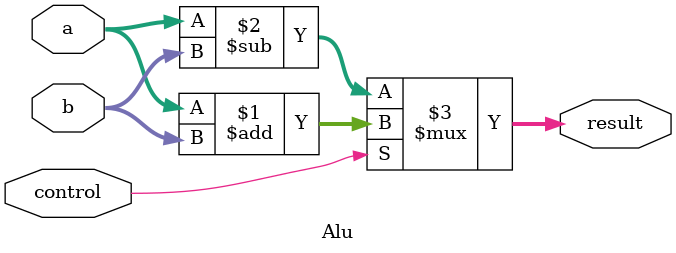
<source format=v>
module Alu #(
    parameter DATA_WIDTH = 16
)(
    a,
    b,
    control,      
    result
);

//-------------------------------------------------------
// Input & Output Declaraiton
//-------------------------------------------------------
input  signed [DATA_WIDTH-1:0] a;
input  signed [DATA_WIDTH-1:0] b;
input  control;
output wire signed [DATA_WIDTH-1:0] result;

assign result = (control) ? a + b : a - b;

endmodule

</source>
